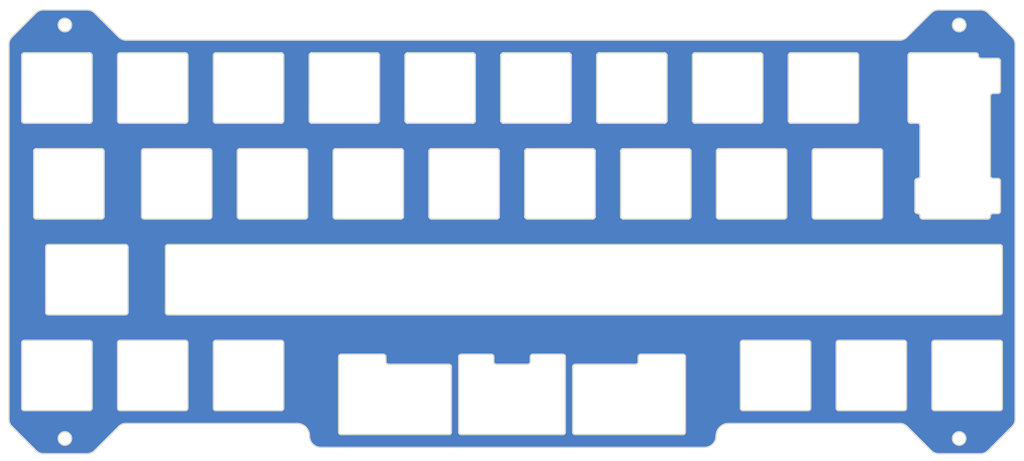
<source format=kicad_pcb>
(kicad_pcb (version 20221018) (generator pcbnew)
  (layers (0 "F.Cu" signal) (31 "B.Cu" signal) (34 "B.Paste" user) (35 "F.Paste" user) (36 "B.SilkS" user "B.Silkscreen") (37 "F.SilkS" user "F.Silkscreen") (38 "B.Mask" user) (39 "F.Mask" user) (44 "Edge.Cuts" user))
  (net 0 "")
  (gr_curve (pts (xy 129.231879 68.550644) (xy 128.955737 68.550644) (xy 128.731879 68.326787) (xy 128.731879 68.050644)) (stroke (width 0.25)) (layer "Edge.Cuts"))
  (gr_line (start 234.00629 111.700644) (end 247.00629 111.700644) (stroke (width 0.25)) (layer "Edge.Cuts"))
  (gr_curve (pts (xy 214.456683 112.200644) (xy 214.456683 111.924502) (xy 214.68054 111.700644) (xy 214.956683 111.700644)) (stroke (width 0.25)) (layer "Edge.Cuts"))
  (gr_line (start 244.617356 133.641661) (end 249.445866 128.813252) (stroke (width 0.25)) (layer "Edge.Cuts"))
  (gr_line (start 153.631183 115.968292) (end 153.631183 114.963292) (stroke (width 0.25)) (layer "Edge.Cuts"))
  (gr_curve (pts (xy 57.29479 93.150644) (xy 57.29479 92.874502) (xy 57.518648 92.650644) (xy 57.79479 92.650644)) (stroke (width 0.25)) (layer "Edge.Cuts"))
  (gr_curve (pts (xy 142.231879 54.550644) (xy 142.508022 54.550644) (xy 142.731879 54.774502) (xy 142.731879 55.050644)) (stroke (width 0.25)) (layer "Edge.Cuts"))
  (gr_curve (pts (xy 148.281487 68.550644) (xy 148.005344 68.550644) (xy 147.781487 68.326787) (xy 147.781487 68.050644)) (stroke (width 0.25)) (layer "Edge.Cuts"))
  (gr_curve (pts (xy 66.031879 111.700644) (xy 66.308022 111.700644) (xy 66.531879 111.924502) (xy 66.531879 112.200644)) (stroke (width 0.25)) (layer "Edge.Cuts"))
  (gr_line (start 199.381879 68.550644) (end 186.381879 68.550644) (stroke (width 0.25)) (layer "Edge.Cuts"))
  (gr_curve (pts (xy 147.781487 55.050644) (xy 147.781487 54.774502) (xy 148.005344 54.550644) (xy 148.281487 54.550644)) (stroke (width 0.25)) (layer "Edge.Cuts"))
  (gr_curve (pts (xy 242.744183 55.050792) (xy 242.744183 54.774649) (xy 242.520325 54.550792) (xy 242.244183 54.550792)) (stroke (width 0.25)) (layer "Edge.Cuts"))
  (gr_curve (pts (xy 153.631183 114.963292) (xy 153.631183 114.687149) (xy 153.85504 114.463292) (xy 154.131183 114.463292)) (stroke (width 0.25)) (layer "Edge.Cuts"))
  (gr_line (start 227.956683 125.700644) (end 214.956683 125.700644) (stroke (width 0.25)) (layer "Edge.Cuts"))
  (gr_curve (pts (xy 54.912818 74.100644) (xy 54.912818 73.824502) (xy 55.136676 73.600644) (xy 55.412818 73.600644)) (stroke (width 0.25)) (layer "Edge.Cuts"))
  (gr_line (start 250.031667 127.399044) (end 250.032066 52.854204) (stroke (width 0.25)) (layer "Edge.Cuts"))
  (gr_line (start 153.043987 73.600644) (end 166.043987 73.600644) (stroke (width 0.25)) (layer "Edge.Cuts"))
  (gr_curve (pts (xy 166.831879 55.050644) (xy 166.831879 54.774502) (xy 167.055737 54.550644) (xy 167.331879 54.550644)) (stroke (width 0.25)) (layer "Edge.Cuts"))
  (gr_line (start 71.820899 51.439958) (end 66.992472 46.611531) (stroke (width 0.25)) (layer "Edge.Cuts"))
  (gr_curve (pts (xy 230.625433 68.555792) (xy 230.901575 68.555792) (xy 231.125433 68.779649) (xy 231.125433 69.055792)) (stroke (width 0.25)) (layer "Edge.Cuts"))
  (gr_line (start 180.831879 55.050644) (end 180.831879 68.050644) (stroke (width 0.25)) (layer "Edge.Cuts"))
  (gr_curve (pts (xy 174.594183 116.463292) (xy 174.870325 116.463292) (xy 175.094183 116.239434) (xy 175.094183 115.963292)) (stroke (width 0.25)) (layer "Edge.Cuts"))
  (gr_curve (pts (xy 52.531879 112.200644) (xy 52.531879 111.924502) (xy 52.755737 111.700644) (xy 53.031879 111.700644)) (stroke (width 0.25)) (layer "Edge.Cuts"))
  (gr_curve (pts (xy 205.431487 68.550644) (xy 205.155344 68.550644) (xy 204.931487 68.326787) (xy 204.931487 68.050644)) (stroke (width 0.25)) (layer "Edge.Cuts"))
  (gr_curve (pts (xy 153.043987 87.600644) (xy 152.767844 87.600644) (xy 152.543987 87.376787) (xy 152.543987 87.100644)) (stroke (width 0.25)) (layer "Edge.Cuts"))
  (gr_line (start 147.781487 68.050644) (end 147.781487 55.050644) (stroke (width 0.25)) (layer "Edge.Cuts"))
  (gr_curve (pts (xy 209.693987 74.100644) (xy 209.693987 73.824502) (xy 209.917844 73.600644) (xy 210.193987 73.600644)) (stroke (width 0.25)) (layer "Edge.Cuts"))
  (gr_line (start 227.128255 52.025787) (end 73.235112 52.025745) (stroke (width 0.25)) (layer "Edge.Cuts"))
  (gr_curve (pts (xy 116.03129 130.463292) (xy 115.755148 130.463292) (xy 115.53129 130.239434) (xy 115.53129 129.963292)) (stroke (width 0.25)) (layer "Edge.Cuts"))
  (gr_line (start 190.644379 87.100644) (end 190.644379 74.100644) (stroke (width 0.25)) (layer "Edge.Cuts"))
  (gr_curve (pts (xy 172.094379 87.600644) (xy 171.818237 87.600644) (xy 171.594379 87.376787) (xy 171.594379 87.100644)) (stroke (width 0.25)) (layer "Edge.Cuts"))
  (gr_line (start 228.744183 55.050792) (end 228.744183 68.055792) (stroke (width 0.25)) (layer "Edge.Cuts"))
  (gr_line (start 137.96929 116.963292) (end 137.96929 129.963292) (stroke (width 0.25)) (layer "Edge.Cuts"))
  (gr_line (start 66.531879 112.200644) (end 66.531879 125.200644) (stroke (width 0.25)) (layer "Edge.Cuts"))
  (gr_line (start 247.125433 86.018792) (end 247.125433 80.018792) (stroke (width 0.25)) (layer "Edge.Cuts"))
  (gr_line (start 123.181879 68.550644) (end 110.181879 68.550644) (stroke (width 0.25)) (layer "Edge.Cuts"))
  (gr_line (start 104.131487 125.700644) (end 91.131487 125.700644) (stroke (width 0.25)) (layer "Edge.Cuts"))
  (gr_line (start 104.631487 112.200644) (end 104.631487 125.200644) (stroke (width 0.25)) (layer "Edge.Cuts"))
  (gr_line (start 89.844379 87.600644) (end 76.844379 87.600644) (stroke (width 0.25)) (layer "Edge.Cuts"))
  (gr_curve (pts (xy 89.844379 73.600644) (xy 90.120522 73.600644) (xy 90.344379 73.824502) (xy 90.344379 74.100644)) (stroke (width 0.25)) (layer "Edge.Cuts"))
  (gr_curve (pts (xy 68.912818 87.100644) (xy 68.912818 87.376786) (xy 68.68896 87.600644) (xy 68.412818 87.600644)) (stroke (width 0.25)) (layer "Edge.Cuts"))
  (gr_curve (pts (xy 199.381879 54.550644) (xy 199.658022 54.550644) (xy 199.881879 54.774502) (xy 199.881879 55.050644)) (stroke (width 0.25)) (layer "Edge.Cuts"))
  (gr_line (start 147.494379 74.100644) (end 147.494379 87.100644) (stroke (width 0.25)) (layer "Edge.Cuts"))
  (gr_curve (pts (xy 218.431487 54.550644) (xy 218.707629 54.550644) (xy 218.931487 54.774502) (xy 218.931487 55.050644)) (stroke (width 0.25)) (layer "Edge.Cuts"))
  (gr_curve (pts (xy 204.931487 55.050644) (xy 204.931487 54.774502) (xy 205.155344 54.550644) (xy 205.431487 54.550644)) (stroke (width 0.25)) (layer "Edge.Cuts"))
  (gr_line (start 76.344379 87.100644) (end 76.344379 74.100644) (stroke (width 0.25)) (layer "Edge.Cuts"))
  (gr_curve (pts (xy 114.444379 74.100644) (xy 114.444379 73.824502) (xy 114.668237 73.600644) (xy 114.944379 73.600644)) (stroke (width 0.25)) (layer "Edge.Cuts"))
  (gr_line (start 125.44429 116.463292) (end 137.46929 116.463292) (stroke (width 0.25)) (layer "Edge.Cuts"))
  (gr_line (start 180.331879 68.550644) (end 167.331879 68.550644) (stroke (width 0.25)) (layer "Edge.Cuts"))
  (gr_curve (pts (xy 71.820502 128.811416) (xy 72.189622 128.442303) (xy 72.688427 128.232135) (xy 73.210398 128.225792)) (stroke (width 0.25)) (layer "Edge.Cuts"))
  (gr_curve (pts (xy 107.259452 128.225792) (xy 108.640164 128.225792) (xy 109.759452 129.34508) (xy 109.759452 130.725792)) (stroke (width 0.25)) (layer "Edge.Cuts"))
  (gr_line (start 108.893987 87.600644) (end 95.893987 87.600644) (stroke (width 0.25)) (layer "Edge.Cuts"))
  (gr_curve (pts (xy 191.144379 87.600644) (xy 190.868237 87.600644) (xy 190.644379 87.376787) (xy 190.644379 87.100644)) (stroke (width 0.25)) (layer "Edge.Cuts"))
  (gr_curve (pts (xy 184.507183 129.963292) (xy 184.507183 130.239434) (xy 184.283325 130.463292) (xy 184.007183 130.463292)) (stroke (width 0.25)) (layer "Edge.Cuts"))
  (gr_line (start 160.631183 114.963292) (end 160.631183 129.963292) (stroke (width 0.25)) (layer "Edge.Cuts"))
  (gr_curve (pts (xy 109.393987 87.100644) (xy 109.393987 87.376786) (xy 109.170129 87.600644) (xy 108.893987 87.600644)) (stroke (width 0.25)) (layer "Edge.Cuts"))
  (gr_line (start 73.17579 106.650644) (end 57.79479 106.650644) (stroke (width 0.25)) (layer "Edge.Cuts"))
  (gr_curve (pts (xy 50.592469 51.439958) (xy 50.217396 51.815031) (xy 50.006682 52.323739) (xy 50.006682 52.854172)) (stroke (width 0.25)) (layer "Edge.Cuts"))
  (gr_curve (pts (xy 247.00629 92.650644) (xy 247.282433 92.650644) (xy 247.50629 92.874502) (xy 247.50629 93.150644)) (stroke (width 0.25)) (layer "Edge.Cuts"))
  (gr_line (start 214.456683 125.200644) (end 214.456683 112.200644) (stroke (width 0.25)) (layer "Edge.Cuts"))
  (gr_line (start 247.50629 93.150644) (end 247.50629 106.150644) (stroke (width 0.25)) (layer "Edge.Cuts"))
  (gr_line (start 223.193987 87.600644) (end 210.193987 87.600644) (stroke (width 0.25)) (layer "Edge.Cuts"))
  (gr_line (start 184.507183 114.963292) (end 184.507183 129.963292) (stroke (width 0.25)) (layer "Edge.Cuts"))
  (gr_curve (pts (xy 52.531879 55.050644) (xy 52.531879 54.774502) (xy 52.755737 54.550644) (xy 53.031879 54.550644)) (stroke (width 0.25)) (layer "Edge.Cuts"))
  (gr_curve (pts (xy 204.144379 73.600644) (xy 204.420522 73.600644) (xy 204.644379 73.824502) (xy 204.644379 74.100644)) (stroke (width 0.25)) (layer "Edge.Cuts"))
  (gr_curve (pts (xy 199.881879 68.050644) (xy 199.881879 68.326787) (xy 199.658022 68.550644) (xy 199.381879 68.550644)) (stroke (width 0.25)) (layer "Edge.Cuts"))
  (gr_circle (center 61.125223 49.025745) (end 62.475223 49.025745) (stroke (width 0.25)) (fill none) (layer "Edge.Cuts"))
  (gr_line (start 229.244183 68.555792) (end 230.625433 68.555792) (stroke (width 0.25)) (layer "Edge.Cuts"))
  (gr_line (start 162.069183 129.963292) (end 162.069183 116.963292) (stroke (width 0.25)) (layer "Edge.Cuts"))
  (gr_curve (pts (xy 68.412818 73.600644) (xy 68.68896 73.600644) (xy 68.912818 73.824502) (xy 68.912818 74.100644)) (stroke (width 0.25)) (layer "Edge.Cuts"))
  (gr_line (start 204.931487 68.050644) (end 204.931487 55.050644) (stroke (width 0.25)) (layer "Edge.Cuts"))
  (gr_curve (pts (xy 133.494379 74.100644) (xy 133.494379 73.824502) (xy 133.718237 73.600644) (xy 133.994379 73.600644)) (stroke (width 0.25)) (layer "Edge.Cuts"))
  (gr_curve (pts (xy 234.785152 46.025745) (xy 234.254719 46.025745) (xy 233.746011 46.236458) (xy 233.370939 46.611531)) (stroke (width 0.25)) (layer "Edge.Cuts"))
  (gr_curve (pts (xy 214.956683 125.700644) (xy 214.68054 125.700644) (xy 214.456683 125.476786) (xy 214.456683 125.200644)) (stroke (width 0.25)) (layer "Edge.Cuts"))
  (gr_curve (pts (xy 209.406683 125.200644) (xy 209.406683 125.476786) (xy 209.182825 125.700644) (xy 208.906683 125.700644)) (stroke (width 0.25)) (layer "Edge.Cuts"))
  (gr_curve (pts (xy 146.994379 73.600644) (xy 147.270522 73.600644) (xy 147.494379 73.824502) (xy 147.494379 74.100644)) (stroke (width 0.25)) (layer "Edge.Cuts"))
  (gr_curve (pts (xy 91.131487 125.700644) (xy 90.855344 125.700644) (xy 90.631487 125.476786) (xy 90.631487 125.200644)) (stroke (width 0.25)) (layer "Edge.Cuts"))
  (gr_line (start 234.78469 134.227344) (end 243.203136 134.227432) (stroke (width 0.25)) (layer "Edge.Cuts"))
  (gr_line (start 128.731879 68.050644) (end 128.731879 55.050644) (stroke (width 0.25)) (layer "Edge.Cuts"))
  (gr_line (start 81.10629 106.150644) (end 81.10629 93.150644) (stroke (width 0.25)) (layer "Edge.Cuts"))
  (gr_curve (pts (xy 73.235112 52.025745) (xy 72.704679 52.025745) (xy 72.195971 51.815031) (xy 71.820899 51.439958)) (stroke (width 0.25)) (layer "Edge.Cuts"))
  (gr_curve (pts (xy 227.956683 111.700644) (xy 228.232825 111.700644) (xy 228.456683 111.924502) (xy 228.456683 112.200644)) (stroke (width 0.25)) (layer "Edge.Cuts"))
  (gr_line (start 124.44429 114.463292) (end 124.44429 114.468292) (stroke (width 0.25)) (layer "Edge.Cuts"))
  (gr_curve (pts (xy 104.131487 111.700644) (xy 104.407629 111.700644) (xy 104.631487 111.924502) (xy 104.631487 112.200644)) (stroke (width 0.25)) (layer "Edge.Cuts"))
  (gr_line (start 55.420896 46.611531) (end 50.592469 51.439958) (stroke (width 0.25)) (layer "Edge.Cuts"))
  (gr_curve (pts (xy 218.931487 68.050644) (xy 218.931487 68.326787) (xy 218.707629 68.550644) (xy 218.431487 68.550644)) (stroke (width 0.25)) (layer "Edge.Cuts"))
  (gr_curve (pts (xy 90.631487 112.200644) (xy 90.631487 111.924502) (xy 90.855344 111.700644) (xy 91.131487 111.700644)) (stroke (width 0.25)) (layer "Edge.Cuts"))
  (gr_curve (pts (xy 171.594379 74.100644) (xy 171.594379 73.824502) (xy 171.818237 73.600644) (xy 172.094379 73.600644)) (stroke (width 0.25)) (layer "Edge.Cuts"))
  (gr_curve (pts (xy 195.406683 112.200644) (xy 195.406683 111.924502) (xy 195.63054 111.700644) (xy 195.906683 111.700644)) (stroke (width 0.25)) (layer "Edge.Cuts"))
  (gr_line (start 148.281487 54.550644) (end 161.281487 54.550644) (stroke (width 0.25)) (layer "Edge.Cuts"))
  (gr_curve (pts (xy 250.032066 52.854204) (xy 250.032063 52.32377) (xy 249.821347 51.815063) (xy 249.446271 51.439991)) (stroke (width 0.25)) (layer "Edge.Cuts"))
  (gr_curve (pts (xy 85.081879 111.700644) (xy 85.358022 111.700644) (xy 85.581879 111.924502) (xy 85.581879 112.200644)) (stroke (width 0.25)) (layer "Edge.Cuts"))
  (gr_curve (pts (xy 124.44429 114.468292) (xy 124.720433 114.468292) (xy 124.94429 114.692149) (xy 124.94429 114.968292)) (stroke (width 0.25)) (layer "Edge.Cuts"))
  (gr_curve (pts (xy 147.494379 87.100644) (xy 147.494379 87.376787) (xy 147.270522 87.600644) (xy 146.994379 87.600644)) (stroke (width 0.25)) (layer "Edge.Cuts"))
  (gr_line (start 73.67579 93.150644) (end 73.67579 106.150644) (stroke (width 0.25)) (layer "Edge.Cuts"))
  (gr_line (start 52.531879 125.200644) (end 52.531879 112.200644) (stroke (width 0.25)) (layer "Edge.Cuts"))
  (gr_curve (pts (xy 249.445866 128.813252) (xy 249.820943 128.438183) (xy 250.031662 127.929477) (xy 250.031667 127.399044)) (stroke (width 0.25)) (layer "Edge.Cuts"))
  (gr_curve (pts (xy 223.193987 73.600644) (xy 223.470129 73.600644) (xy 223.693987 73.824502) (xy 223.693987 74.100644)) (stroke (width 0.25)) (layer "Edge.Cuts"))
  (gr_circle (center 61.125223 131.227644) (end 62.475223 131.227644) (stroke (width 0.25)) (fill none) (layer "Edge.Cuts"))
  (gr_line (start 146.407183 114.963292) (end 146.407183 115.968292) (stroke (width 0.25)) (layer "Edge.Cuts"))
  (gr_curve (pts (xy 104.631487 125.200644) (xy 104.631487 125.476786) (xy 104.407629 125.700644) (xy 104.131487 125.700644)) (stroke (width 0.25)) (layer "Edge.Cuts"))
  (gr_curve (pts (xy 230.625433 79.518792) (xy 230.34929 79.518792) (xy 230.125433 79.742649) (xy 230.125433 80.018792)) (stroke (width 0.25)) (layer "Edge.Cuts"))
  (gr_line (start 90.631487 68.050644) (end 90.631487 55.050644) (stroke (width 0.25)) (layer "Edge.Cuts"))
  (gr_curve (pts (xy 85.581879 68.050644) (xy 85.581879 68.326787) (xy 85.358022 68.550644) (xy 85.081879 68.550644)) (stroke (width 0.25)) (layer "Edge.Cuts"))
  (gr_curve (pts (xy 190.577402 130.725788) (xy 190.577404 129.345076) (xy 191.696694 128.22579) (xy 193.077406 128.225792)) (stroke (width 0.25)) (layer "Edge.Cuts"))
  (gr_circle (center 238.912912 131.22737) (end 240.262912 131.22737) (stroke (width 0.25)) (fill none) (layer "Edge.Cuts"))
  (gr_curve (pts (xy 95.393987 74.100644) (xy 95.393987 73.824502) (xy 95.617844 73.600644) (xy 95.893987 73.600644)) (stroke (width 0.25)) (layer "Edge.Cuts"))
  (gr_line (start 50.592064 128.811202) (end 55.42044 133.63968) (stroke (width 0.25)) (layer "Edge.Cuts"))
  (gr_line (start 137.46929 130.463292) (end 116.03129 130.463292) (stroke (width 0.25)) (layer "Edge.Cuts"))
  (gr_line (start 139.907183 114.463292) (end 145.907183 114.463292) (stroke (width 0.25)) (layer "Edge.Cuts"))
  (gr_curve (pts (xy 190.644379 74.100644) (xy 190.644379 73.824502) (xy 190.868237 73.600644) (xy 191.144379 73.600644)) (stroke (width 0.25)) (layer "Edge.Cuts"))
  (gr_line (start 85.081879 125.700644) (end 72.081879 125.700644) (stroke (width 0.25)) (layer "Edge.Cuts"))
  (gr_line (start 95.893987 73.600644) (end 108.893987 73.600644) (stroke (width 0.25)) (layer "Edge.Cuts"))
  (gr_line (start 66.031879 125.700644) (end 53.031879 125.700644) (stroke (width 0.25)) (layer "Edge.Cuts"))
  (gr_curve (pts (xy 110.181879 68.550644) (xy 109.905737 68.550644) (xy 109.681879 68.326787) (xy 109.681879 68.050644)) (stroke (width 0.25)) (layer "Edge.Cuts"))
  (gr_curve (pts (xy 184.007183 114.463292) (xy 184.283325 114.463292) (xy 184.507183 114.687149) (xy 184.507183 114.963292)) (stroke (width 0.25)) (layer "Edge.Cuts"))
  (gr_line (start 112.021175 132.987515) (end 188.31568 132.987515) (stroke (width 0.25)) (layer "Edge.Cuts"))
  (gr_curve (pts (xy 223.693987 87.100644) (xy 223.693987 87.376787) (xy 223.470129 87.600644) (xy 223.193987 87.600644)) (stroke (width 0.25)) (layer "Edge.Cuts"))
  (gr_curve (pts (xy 128.444379 87.100644) (xy 128.444379 87.376787) (xy 128.220522 87.600644) (xy 127.944379 87.600644)) (stroke (width 0.25)) (layer "Edge.Cuts"))
  (gr_curve (pts (xy 247.50629 106.150644) (xy 247.50629 106.426787) (xy 247.282433 106.650644) (xy 247.00629 106.650644)) (stroke (width 0.25)) (layer "Edge.Cuts"))
  (gr_line (start 56.834648 134.225481) (end 65.577796 134.225573) (stroke (width 0.25)) (layer "Edge.Cuts"))
  (gr_circle (center 238.912912 49.025763) (end 240.262912 49.025763) (stroke (width 0.25)) (fill none) (layer "Edge.Cuts"))
  (gr_line (start 81.60629 92.650644) (end 247.00629 92.650644) (stroke (width 0.25)) (layer "Edge.Cuts"))
  (gr_curve (pts (xy 230.125433 86.018792) (xy 230.125433 86.294934) (xy 230.34929 86.518792) (xy 230.625433 86.518792)) (stroke (width 0.25)) (layer "Edge.Cuts"))
  (gr_curve (pts (xy 108.893987 73.600644) (xy 109.170129 73.600644) (xy 109.393987 73.824502) (xy 109.393987 74.100644)) (stroke (width 0.25)) (layer "Edge.Cuts"))
  (gr_line (start 142.731879 55.050644) (end 142.731879 68.050644) (stroke (width 0.25)) (layer "Edge.Cuts"))
  (gr_line (start 54.912818 87.100644) (end 54.912818 74.100644) (stroke (width 0.25)) (layer "Edge.Cuts"))
  (gr_curve (pts (xy 115.53129 114.963292) (xy 115.53129 114.687149) (xy 115.755148 114.463292) (xy 116.03129 114.463292)) (stroke (width 0.25)) (layer "Edge.Cuts"))
  (gr_curve (pts (xy 65.577796 134.225573) (xy 66.108229 134.225578) (xy 66.616939 134.01487) (xy 66.992016 133.639801)) (stroke (width 0.25)) (layer "Edge.Cuts"))
  (gr_line (start 160.131183 130.463292) (end 139.907183 130.463292) (stroke (width 0.25)) (layer "Edge.Cuts"))
  (gr_curve (pts (xy 233.50629 112.200644) (xy 233.50629 111.924502) (xy 233.730148 111.700644) (xy 234.00629 111.700644)) (stroke (width 0.25)) (layer "Edge.Cuts"))
  (gr_curve (pts (xy 128.731879 55.050644) (xy 128.731879 54.774502) (xy 128.955737 54.550644) (xy 129.231879 54.550644)) (stroke (width 0.25)) (layer "Edge.Cuts"))
  (gr_line (start 242.244183 54.550792) (end 229.244183 54.550792) (stroke (width 0.25)) (layer "Edge.Cuts"))
  (gr_curve (pts (xy 167.331879 68.550644) (xy 167.055737 68.550644) (xy 166.831879 68.326787) (xy 166.831879 68.050644)) (stroke (width 0.25)) (layer "Edge.Cuts"))
  (gr_curve (pts (xy 81.10629 93.150644) (xy 81.10629 92.874502) (xy 81.330148 92.650644) (xy 81.60629 92.650644)) (stroke (width 0.25)) (layer "Edge.Cuts"))
  (gr_line (start 191.144379 73.600644) (end 204.144379 73.600644) (stroke (width 0.25)) (layer "Edge.Cuts"))
  (gr_curve (pts (xy 123.181879 54.550644) (xy 123.458022 54.550644) (xy 123.681879 54.774502) (xy 123.681879 55.050644)) (stroke (width 0.25)) (layer "Edge.Cuts"))
  (gr_line (start 85.081879 68.550644) (end 72.081879 68.550644) (stroke (width 0.25)) (layer "Edge.Cuts"))
  (gr_line (start 247.50629 112.200644) (end 247.50629 125.200644) (stroke (width 0.25)) (layer "Edge.Cuts"))
  (gr_curve (pts (xy 160.631183 129.963292) (xy 160.631183 130.239434) (xy 160.407325 130.463292) (xy 160.131183 130.463292)) (stroke (width 0.25)) (layer "Edge.Cuts"))
  (gr_curve (pts (xy 210.193987 87.600644) (xy 209.917844 87.600644) (xy 209.693987 87.376787) (xy 209.693987 87.100644)) (stroke (width 0.25)) (layer "Edge.Cuts"))
  (gr_curve (pts (xy 162.069183 116.963292) (xy 162.069183 116.687149) (xy 162.29304 116.463292) (xy 162.569183 116.463292)) (stroke (width 0.25)) (layer "Edge.Cuts"))
  (gr_line (start 146.994379 87.600644) (end 133.994379 87.600644) (stroke (width 0.25)) (layer "Edge.Cuts"))
  (gr_curve (pts (xy 50.006292 127.396982) (xy 50.006287 127.927415) (xy 50.216995 128.436125) (xy 50.592064 128.811202)) (stroke (width 0.25)) (layer "Edge.Cuts"))
  (gr_line (start 57.29479 106.150644) (end 57.29479 93.150644) (stroke (width 0.25)) (layer "Edge.Cuts"))
  (gr_curve (pts (xy 114.944379 87.600644) (xy 114.668237 87.600644) (xy 114.444379 87.376787) (xy 114.444379 87.100644)) (stroke (width 0.25)) (layer "Edge.Cuts"))
  (gr_curve (pts (xy 234.00629 125.700644) (xy 233.730148 125.700644) (xy 233.50629 125.476787) (xy 233.50629 125.200644)) (stroke (width 0.25)) (layer "Edge.Cuts"))
  (gr_line (start 231.125433 87.018792) (end 231.125433 87.105792) (stroke (width 0.25)) (layer "Edge.Cuts"))
  (gr_curve (pts (xy 180.831879 68.050644) (xy 180.831879 68.326787) (xy 180.608022 68.550644) (xy 180.331879 68.550644)) (stroke (width 0.25)) (layer "Edge.Cuts"))
  (gr_line (start 104.131487 68.550644) (end 91.131487 68.550644) (stroke (width 0.25)) (layer "Edge.Cuts"))
  (gr_curve (pts (xy 246.625433 86.518792) (xy 246.901575 86.518792) (xy 247.125433 86.294934) (xy 247.125433 86.018792)) (stroke (width 0.25)) (layer "Edge.Cuts"))
  (gr_line (start 66.531879 55.050644) (end 66.531879 68.050644) (stroke (width 0.25)) (layer "Edge.Cuts"))
  (gr_curve (pts (xy 104.631487 68.050644) (xy 104.631487 68.326787) (xy 104.407629 68.550644) (xy 104.131487 68.550644)) (stroke (width 0.25)) (layer "Edge.Cuts"))
  (gr_line (start 185.881879 68.050644) (end 185.881879 55.050644) (stroke (width 0.25)) (layer "Edge.Cuts"))
  (gr_line (start 245.125433 79.018792) (end 245.125433 63.142792) (stroke (width 0.25)) (layer "Edge.Cuts"))
  (gr_curve (pts (xy 246.625433 62.642792) (xy 246.901575 62.642792) (xy 247.125433 62.418934) (xy 247.125433 62.142792)) (stroke (width 0.25)) (layer "Edge.Cuts"))
  (gr_curve (pts (xy 124.94429 115.963292) (xy 124.94429 116.239434) (xy 125.168148 116.463292) (xy 125.44429 116.463292)) (stroke (width 0.25)) (layer "Edge.Cuts"))
  (gr_line (start 246.625433 79.518792) (end 245.625433 79.518792) (stroke (width 0.25)) (layer "Edge.Cuts"))
  (gr_line (start 116.03129 114.463292) (end 124.44429 114.463292) (stroke (width 0.25)) (layer "Edge.Cuts"))
  (gr_line (start 175.594183 114.468292) (end 184.007183 114.468292) (stroke (width 0.25)) (layer "Edge.Cuts"))
  (gr_curve (pts (xy 73.17579 92.650644) (xy 73.451933 92.650644) (xy 73.67579 92.874502) (xy 73.67579 93.150644)) (stroke (width 0.25)) (layer "Edge.Cuts"))
  (gr_line (start 210.193987 73.600644) (end 223.193987 73.600644) (stroke (width 0.25)) (layer "Edge.Cuts"))
  (gr_line (start 127.944379 87.600644) (end 114.944379 87.600644) (stroke (width 0.25)) (layer "Edge.Cuts"))
  (gr_line (start 142.231879 68.550644) (end 129.231879 68.550644) (stroke (width 0.25)) (layer "Edge.Cuts"))
  (gr_line (start 66.992016 133.639801) (end 71.820502 128.811416) (stroke (width 0.25)) (layer "Edge.Cuts"))
  (gr_curve (pts (xy 231.125433 79.018792) (xy 231.125433 79.294934) (xy 230.901575 79.518792) (xy 230.625433 79.518792)) (stroke (width 0.25)) (layer "Edge.Cuts"))
  (gr_curve (pts (xy 71.581879 55.050644) (xy 71.581879 54.774502) (xy 71.805737 54.550644) (xy 72.081879 54.550644)) (stroke (width 0.25)) (layer "Edge.Cuts"))
  (gr_line (start 71.581879 68.050644) (end 71.581879 55.050644) (stroke (width 0.25)) (layer "Edge.Cuts"))
  (gr_curve (pts (xy 66.992472 46.611531) (xy 66.617399 46.236458) (xy 66.108691 46.025745) (xy 65.578258 46.025745)) (stroke (width 0.25)) (layer "Edge.Cuts"))
  (gr_line (start 245.625433 86.518792) (end 246.625433 86.518792) (stroke (width 0.25)) (layer "Edge.Cuts"))
  (gr_line (start 114.444379 87.100644) (end 114.444379 74.100644) (stroke (width 0.25)) (layer "Edge.Cuts"))
  (gr_curve (pts (xy 161.281487 54.550644) (xy 161.557629 54.550644) (xy 161.781487 54.774502) (xy 161.781487 55.050644)) (stroke (width 0.25)) (layer "Edge.Cuts"))
  (gr_curve (pts (xy 56.83511 46.025745) (xy 56.304677 46.025745) (xy 55.795969 46.236458) (xy 55.420896 46.611531)) (stroke (width 0.25)) (layer "Edge.Cuts"))
  (gr_curve (pts (xy 188.31568 132.987515) (xy 189.564783 132.987515) (xy 190.577386 131.974925) (xy 190.577402 130.725821)) (stroke (width 0.25)) (layer "Edge.Cuts"))
  (gr_curve (pts (xy 109.759452 130.725792) (xy 109.759452 131.974907) (xy 110.77206 132.987515) (xy 112.021175 132.987515)) (stroke (width 0.25)) (layer "Edge.Cuts"))
  (gr_line (start 73.210398 128.225792) (end 107.259452 128.225792) (stroke (width 0.25)) (layer "Edge.Cuts"))
  (gr_curve (pts (xy 245.125433 87.018792) (xy 245.125433 86.742649) (xy 245.34929 86.518792) (xy 245.625433 86.518792)) (stroke (width 0.25)) (layer "Edge.Cuts"))
  (gr_curve (pts (xy 233.370483 133.641543) (xy 233.745552 134.01662) (xy 234.254257 134.227339) (xy 234.78469 134.227344)) (stroke (width 0.25)) (layer "Edge.Cuts"))
  (gr_line (start 91.131487 111.700644) (end 104.131487 111.700644) (stroke (width 0.25)) (layer "Edge.Cuts"))
  (gr_line (start 146.907183 116.468292) (end 153.131183 116.468292) (stroke (width 0.25)) (layer "Edge.Cuts"))
  (gr_line (start 57.79479 92.650644) (end 73.17579 92.650644) (stroke (width 0.25)) (layer "Edge.Cuts"))
  (gr_line (start 249.446271 51.439991) (end 244.617812 46.611531) (stroke (width 0.25)) (layer "Edge.Cuts"))
  (gr_line (start 128.444379 74.100644) (end 128.444379 87.100644) (stroke (width 0.25)) (layer "Edge.Cuts"))
  (gr_curve (pts (xy 204.644379 87.100644) (xy 204.644379 87.376787) (xy 204.420522 87.600644) (xy 204.144379 87.600644)) (stroke (width 0.25)) (layer "Edge.Cuts"))
  (gr_line (start 166.831879 68.050644) (end 166.831879 55.050644) (stroke (width 0.25)) (layer "Edge.Cuts"))
  (gr_curve (pts (xy 161.781487 68.050644) (xy 161.781487 68.326787) (xy 161.557629 68.550644) (xy 161.281487 68.550644)) (stroke (width 0.25)) (layer "Edge.Cuts"))
  (gr_line (start 133.994379 73.600644) (end 146.994379 73.600644) (stroke (width 0.25)) (layer "Edge.Cuts"))
  (gr_line (start 123.681879 55.050644) (end 123.681879 68.050644) (stroke (width 0.25)) (layer "Edge.Cuts"))
  (gr_line (start 133.494379 87.100644) (end 133.494379 74.100644) (stroke (width 0.25)) (layer "Edge.Cuts"))
  (gr_line (start 247.125433 62.142792) (end 247.125433 56.142792) (stroke (width 0.25)) (layer "Edge.Cuts"))
  (gr_curve (pts (xy 244.625433 87.605792) (xy 244.901575 87.605792) (xy 245.125433 87.381934) (xy 245.125433 87.105792)) (stroke (width 0.25)) (layer "Edge.Cuts"))
  (gr_curve (pts (xy 227.12646 128.225843) (xy 227.656899 128.225844) (xy 228.165612 128.436563) (xy 228.540686 128.811644)) (stroke (width 0.25)) (layer "Edge.Cuts"))
  (gr_line (start 161.281487 68.550644) (end 148.281487 68.550644) (stroke (width 0.25)) (layer "Edge.Cuts"))
  (gr_line (start 175.094183 115.963292) (end 175.094183 114.968292) (stroke (width 0.25)) (layer "Edge.Cuts"))
  (gr_line (start 242.744183 55.142792) (end 242.744183 55.050792) (stroke (width 0.25)) (layer "Edge.Cuts"))
  (gr_line (start 185.094379 87.600644) (end 172.094379 87.600644) (stroke (width 0.25)) (layer "Edge.Cuts"))
  (gr_line (start 193.077406 128.225792) (end 227.12646 128.225843) (stroke (width 0.25)) (layer "Edge.Cuts"))
  (gr_curve (pts (xy 55.42044 133.63968) (xy 55.795509 134.014756) (xy 56.304215 134.225475) (xy 56.834648 134.225481)) (stroke (width 0.25)) (layer "Edge.Cuts"))
  (gr_curve (pts (xy 91.131487 68.550644) (xy 90.855344 68.550644) (xy 90.631487 68.326787) (xy 90.631487 68.050644)) (stroke (width 0.25)) (layer "Edge.Cuts"))
  (gr_curve (pts (xy 245.625433 79.518792) (xy 245.34929 79.518792) (xy 245.125433 79.294934) (xy 245.125433 79.018792)) (stroke (width 0.25)) (layer "Edge.Cuts"))
  (gr_curve (pts (xy 247.125433 56.142792) (xy 247.125433 55.866649) (xy 246.901575 55.642792) (xy 246.625433 55.642792)) (stroke (width 0.25)) (layer "Edge.Cuts"))
  (gr_line (start 185.594379 74.100644) (end 185.594379 87.100644) (stroke (width 0.25)) (layer "Edge.Cuts"))
  (gr_curve (pts (xy 243.203136 134.227432) (xy 243.733569 134.227438) (xy 244.242279 134.01673) (xy 244.617356 133.641661)) (stroke (width 0.25)) (layer "Edge.Cuts"))
  (gr_curve (pts (xy 76.844379 87.600644) (xy 76.568237 87.600644) (xy 76.344379 87.376786) (xy 76.344379 87.100644)) (stroke (width 0.25)) (layer "Edge.Cuts"))
  (gr_curve (pts (xy 72.081879 125.700644) (xy 71.805737 125.700644) (xy 71.581879 125.476786) (xy 71.581879 125.200644)) (stroke (width 0.25)) (layer "Edge.Cuts"))
  (gr_curve (pts (xy 190.577402 130.725821) (xy 190.577402 130.72581) (xy 190.577402 130.725799) (xy 190.577402 130.725788)) (stroke (width 0.25)) (layer "Edge.Cuts"))
  (gr_line (start 166.543987 74.100644) (end 166.543987 87.100644) (stroke (width 0.25)) (layer "Edge.Cuts"))
  (gr_curve (pts (xy 55.412818 87.600644) (xy 55.136676 87.600644) (xy 54.912818 87.376786) (xy 54.912818 87.100644)) (stroke (width 0.25)) (layer "Edge.Cuts"))
  (gr_line (start 171.594379 87.100644) (end 171.594379 74.100644) (stroke (width 0.25)) (layer "Edge.Cuts"))
  (gr_curve (pts (xy 137.96929 129.963292) (xy 137.96929 130.239434) (xy 137.745433 130.463292) (xy 137.46929 130.463292)) (stroke (width 0.25)) (layer "Edge.Cuts"))
  (gr_line (start 154.131183 114.463292) (end 160.131183 114.463292) (stroke (width 0.25)) (layer "Edge.Cuts"))
  (gr_curve (pts (xy 247.125433 80.018792) (xy 247.125433 79.742649) (xy 246.901575 79.518792) (xy 246.625433 79.518792)) (stroke (width 0.25)) (layer "Edge.Cuts"))
  (gr_curve (pts (xy 73.67579 106.150644) (xy 73.67579 106.426786) (xy 73.451933 106.650644) (xy 73.17579 106.650644)) (stroke (width 0.25)) (layer "Edge.Cuts"))
  (gr_line (start 68.412818 87.600644) (end 55.412818 87.600644) (stroke (width 0.25)) (layer "Edge.Cuts"))
  (gr_line (start 231.125433 69.055792) (end 231.125433 79.018792) (stroke (width 0.25)) (layer "Edge.Cuts"))
  (gr_curve (pts (xy 245.125433 63.142792) (xy 245.125433 62.866649) (xy 245.349291 62.642792) (xy 245.625433 62.642792)) (stroke (width 0.25)) (layer "Edge.Cuts"))
  (gr_line (start 50.006682 52.854172) (end 50.006683 90.004519) (stroke (width 0.25)) (layer "Edge.Cuts"))
  (gr_curve (pts (xy 185.881879 55.050644) (xy 185.881879 54.774502) (xy 186.105737 54.550644) (xy 186.381879 54.550644)) (stroke (width 0.25)) (layer "Edge.Cuts"))
  (gr_curve (pts (xy 145.907183 114.463292) (xy 146.183325 114.463292) (xy 146.407183 114.687149) (xy 146.407183 114.963292)) (stroke (width 0.25)) (layer "Edge.Cuts"))
  (gr_line (start 55.412818 73.600644) (end 68.412818 73.600644) (stroke (width 0.25)) (layer "Edge.Cuts"))
  (gr_curve (pts (xy 81.60629 106.650644) (xy 81.330148 106.650644) (xy 81.10629 106.426786) (xy 81.10629 106.150644)) (stroke (width 0.25)) (layer "Edge.Cuts"))
  (gr_curve (pts (xy 71.581879 112.200644) (xy 71.581879 111.924502) (xy 71.805737 111.700644) (xy 72.081879 111.700644)) (stroke (width 0.25)) (layer "Edge.Cuts"))
  (gr_line (start 50.006683 90.004519) (end 50.006292 127.396982) (stroke (width 0.25)) (layer "Edge.Cuts"))
  (gr_curve (pts (xy 152.543987 74.100644) (xy 152.543987 73.824502) (xy 152.767844 73.600644) (xy 153.043987 73.600644)) (stroke (width 0.25)) (layer "Edge.Cuts"))
  (gr_line (start 162.569183 116.463292) (end 174.594183 116.463292) (stroke (width 0.25)) (layer "Edge.Cuts"))
  (gr_curve (pts (xy 127.944379 73.600644) (xy 128.220522 73.600644) (xy 128.444379 73.824502) (xy 128.444379 74.100644)) (stroke (width 0.25)) (layer "Edge.Cuts"))
  (gr_line (start 72.081879 111.700644) (end 85.081879 111.700644) (stroke (width 0.25)) (layer "Edge.Cuts"))
  (gr_line (start 223.693987 74.100644) (end 223.693987 87.100644) (stroke (width 0.25)) (layer "Edge.Cuts"))
  (gr_line (start 218.931487 55.050644) (end 218.931487 68.050644) (stroke (width 0.25)) (layer "Edge.Cuts"))
  (gr_curve (pts (xy 72.081879 68.550644) (xy 71.805737 68.550644) (xy 71.581879 68.326787) (xy 71.581879 68.050644)) (stroke (width 0.25)) (layer "Edge.Cuts"))
  (gr_line (start 152.543987 87.100644) (end 152.543987 74.100644) (stroke (width 0.25)) (layer "Edge.Cuts"))
  (gr_line (start 90.631487 125.200644) (end 90.631487 112.200644) (stroke (width 0.25)) (layer "Edge.Cuts"))
  (gr_line (start 209.693987 87.100644) (end 209.693987 74.100644) (stroke (width 0.25)) (layer "Edge.Cuts"))
  (gr_curve (pts (xy 153.131183 116.468292) (xy 153.407325 116.468292) (xy 153.631183 116.244434) (xy 153.631183 115.968292)) (stroke (width 0.25)) (layer "Edge.Cuts"))
  (gr_line (start 245.625433 62.642792) (end 246.625433 62.642792) (stroke (width 0.25)) (layer "Edge.Cuts"))
  (gr_curve (pts (xy 53.031879 68.550644) (xy 52.755737 68.550644) (xy 52.531879 68.326786) (xy 52.531879 68.050644)) (stroke (width 0.25)) (layer "Edge.Cuts"))
  (gr_curve (pts (xy 195.906683 125.700644) (xy 195.63054 125.700644) (xy 195.406683 125.476786) (xy 195.406683 125.200644)) (stroke (width 0.25)) (layer "Edge.Cuts"))
  (gr_line (start 209.406683 112.200644) (end 209.406683 125.200644) (stroke (width 0.25)) (layer "Edge.Cuts"))
  (gr_line (start 76.844379 73.600644) (end 89.844379 73.600644) (stroke (width 0.25)) (layer "Edge.Cuts"))
  (gr_line (start 95.393987 87.100644) (end 95.393987 74.100644) (stroke (width 0.25)) (layer "Edge.Cuts"))
  (gr_line (start 66.031879 68.550644) (end 53.031879 68.550644) (stroke (width 0.25)) (layer "Edge.Cuts"))
  (gr_curve (pts (xy 109.681879 55.050644) (xy 109.681879 54.774502) (xy 109.905737 54.550644) (xy 110.181879 54.550644)) (stroke (width 0.25)) (layer "Edge.Cuts"))
  (gr_curve (pts (xy 231.125433 87.105792) (xy 231.125433 87.381934) (xy 231.34929 87.605792) (xy 231.625433 87.605792)) (stroke (width 0.25)) (layer "Edge.Cuts"))
  (gr_line (start 110.181879 54.550644) (end 123.181879 54.550644) (stroke (width 0.25)) (layer "Edge.Cuts"))
  (gr_line (start 247.00629 125.700644) (end 234.00629 125.700644) (stroke (width 0.25)) (layer "Edge.Cuts"))
  (gr_line (start 161.781487 55.050644) (end 161.781487 68.050644) (stroke (width 0.25)) (layer "Edge.Cuts"))
  (gr_curve (pts (xy 208.906683 111.700644) (xy 209.182825 111.700644) (xy 209.406683 111.924502) (xy 209.406683 112.200644)) (stroke (width 0.25)) (layer "Edge.Cuts"))
  (gr_curve (pts (xy 243.244183 55.642792) (xy 242.968041 55.642792) (xy 242.744183 55.418934) (xy 242.744183 55.142792)) (stroke (width 0.25)) (layer "Edge.Cuts"))
  (gr_line (start 53.031879 111.700644) (end 66.031879 111.700644) (stroke (width 0.25)) (layer "Edge.Cuts"))
  (gr_curve (pts (xy 180.331879 54.550644) (xy 180.608022 54.550644) (xy 180.831879 54.774502) (xy 180.831879 55.050644)) (stroke (width 0.25)) (layer "Edge.Cuts"))
  (gr_line (start 129.231879 54.550644) (end 142.231879 54.550644) (stroke (width 0.25)) (layer "Edge.Cuts"))
  (gr_line (start 231.625433 87.605792) (end 244.625433 87.605792) (stroke (width 0.25)) (layer "Edge.Cuts"))
  (gr_line (start 172.094379 73.600644) (end 185.094379 73.600644) (stroke (width 0.25)) (layer "Edge.Cuts"))
  (gr_curve (pts (xy 95.893987 87.600644) (xy 95.617844 87.600644) (xy 95.393987 87.376786) (xy 95.393987 87.100644)) (stroke (width 0.25)) (layer "Edge.Cuts"))
  (gr_line (start 85.581879 112.200644) (end 85.581879 125.200644) (stroke (width 0.25)) (layer "Edge.Cuts"))
  (gr_line (start 109.393987 74.100644) (end 109.393987 87.100644) (stroke (width 0.25)) (layer "Edge.Cuts"))
  (gr_curve (pts (xy 166.543987 87.100644) (xy 166.543987 87.376787) (xy 166.320129 87.600644) (xy 166.043987 87.600644)) (stroke (width 0.25)) (layer "Edge.Cuts"))
  (gr_curve (pts (xy 162.569183 130.463292) (xy 162.29304 130.463292) (xy 162.069183 130.239434) (xy 162.069183 129.963292)) (stroke (width 0.25)) (layer "Edge.Cuts"))
  (gr_line (start 233.50629 125.200644) (end 233.50629 112.200644) (stroke (width 0.25)) (layer "Edge.Cuts"))
  (gr_curve (pts (xy 186.381879 68.550644) (xy 186.105737 68.550644) (xy 185.881879 68.326787) (xy 185.881879 68.050644)) (stroke (width 0.25)) (layer "Edge.Cuts"))
  (gr_curve (pts (xy 228.456683 125.200644) (xy 228.456683 125.476787) (xy 228.232825 125.700644) (xy 227.956683 125.700644)) (stroke (width 0.25)) (layer "Edge.Cuts"))
  (gr_curve (pts (xy 139.407183 114.963292) (xy 139.407183 114.687149) (xy 139.63104 114.463292) (xy 139.907183 114.463292)) (stroke (width 0.25)) (layer "Edge.Cuts"))
  (gr_curve (pts (xy 123.681879 68.050644) (xy 123.681879 68.326787) (xy 123.458022 68.550644) (xy 123.181879 68.550644)) (stroke (width 0.25)) (layer "Edge.Cuts"))
  (gr_line (start 195.906683 111.700644) (end 208.906683 111.700644) (stroke (width 0.25)) (layer "Edge.Cuts"))
  (gr_line (start 104.631487 55.050644) (end 104.631487 68.050644) (stroke (width 0.25)) (layer "Edge.Cuts"))
  (gr_line (start 124.94429 114.968292) (end 124.94429 115.963292) (stroke (width 0.25)) (layer "Edge.Cuts"))
  (gr_line (start 230.125433 80.018792) (end 230.125433 86.018792) (stroke (width 0.25)) (layer "Edge.Cuts"))
  (gr_line (start 91.131487 54.550644) (end 104.131487 54.550644) (stroke (width 0.25)) (layer "Edge.Cuts"))
  (gr_line (start 114.944379 73.600644) (end 127.944379 73.600644) (stroke (width 0.25)) (layer "Edge.Cuts"))
  (gr_line (start 214.956683 111.700644) (end 227.956683 111.700644) (stroke (width 0.25)) (layer "Edge.Cuts"))
  (gr_line (start 65.578258 46.025745) (end 56.83511 46.025745) (stroke (width 0.25)) (layer "Edge.Cuts"))
  (gr_line (start 68.912818 74.100644) (end 68.912818 87.100644) (stroke (width 0.25)) (layer "Edge.Cuts"))
  (gr_curve (pts (xy 57.79479 106.650644) (xy 57.518648 106.650644) (xy 57.29479 106.426786) (xy 57.29479 106.150644)) (stroke (width 0.25)) (layer "Edge.Cuts"))
  (gr_line (start 247.00629 106.650644) (end 81.60629 106.650644) (stroke (width 0.25)) (layer "Edge.Cuts"))
  (gr_line (start 228.540686 128.811644) (end 233.370483 133.641543) (stroke (width 0.25)) (layer "Edge.Cuts"))
  (gr_curve (pts (xy 133.994379 87.600644) (xy 133.718237 87.600644) (xy 133.494379 87.376787) (xy 133.494379 87.100644)) (stroke (width 0.25)) (layer "Edge.Cuts"))
  (gr_curve (pts (xy 175.094183 114.968292) (xy 175.094183 114.692149) (xy 175.31804 114.468292) (xy 175.594183 114.468292)) (stroke (width 0.25)) (layer "Edge.Cuts"))
  (gr_curve (pts (xy 66.531879 68.050644) (xy 66.531879 68.326787) (xy 66.308022 68.550644) (xy 66.031879 68.550644)) (stroke (width 0.25)) (layer "Edge.Cuts"))
  (gr_curve (pts (xy 244.617812 46.611531) (xy 244.242739 46.236458) (xy 243.734031 46.025745) (xy 243.203598 46.025745)) (stroke (width 0.25)) (layer "Edge.Cuts"))
  (gr_curve (pts (xy 166.043987 73.600644) (xy 166.320129 73.600644) (xy 166.543987 73.824502) (xy 166.543987 74.100644)) (stroke (width 0.25)) (layer "Edge.Cuts"))
  (gr_line (start 228.456683 112.200644) (end 228.456683 125.200644) (stroke (width 0.25)) (layer "Edge.Cuts"))
  (gr_line (start 109.681879 68.050644) (end 109.681879 55.050644) (stroke (width 0.25)) (layer "Edge.Cuts"))
  (gr_line (start 243.203598 46.025745) (end 234.785152 46.025745) (stroke (width 0.25)) (layer "Edge.Cuts"))
  (gr_curve (pts (xy 142.731879 68.050644) (xy 142.731879 68.326787) (xy 142.508022 68.550644) (xy 142.231879 68.550644)) (stroke (width 0.25)) (layer "Edge.Cuts"))
  (gr_line (start 186.381879 54.550644) (end 199.381879 54.550644) (stroke (width 0.25)) (layer "Edge.Cuts"))
  (gr_line (start 53.031879 54.550644) (end 66.031879 54.550644) (stroke (width 0.25)) (layer "Edge.Cuts"))
  (gr_line (start 246.625433 55.642792) (end 243.244183 55.642792) (stroke (width 0.25)) (layer "Edge.Cuts"))
  (gr_line (start 166.043987 87.600644) (end 153.043987 87.600644) (stroke (width 0.25)) (layer "Edge.Cuts"))
  (gr_line (start 195.406683 125.200644) (end 195.406683 112.200644) (stroke (width 0.25)) (layer "Edge.Cuts"))
  (gr_line (start 204.644379 74.100644) (end 204.644379 87.100644) (stroke (width 0.25)) (layer "Edge.Cuts"))
  (gr_curve (pts (xy 228.54247 51.44) (xy 228.167397 51.815073) (xy 227.658689 52.025787) (xy 227.128255 52.025787)) (stroke (width 0.25)) (layer "Edge.Cuts"))
  (gr_curve (pts (xy 230.625433 86.518792) (xy 230.901575 86.518792) (xy 231.125433 86.742649) (xy 231.125433 87.018792)) (stroke (width 0.25)) (layer "Edge.Cuts"))
  (gr_curve (pts (xy 139.907183 130.463292) (xy 139.63104 130.463292) (xy 139.407183 130.239434) (xy 139.407183 129.963292)) (stroke (width 0.25)) (layer "Edge.Cuts"))
  (gr_curve (pts (xy 137.46929 116.463292) (xy 137.745433 116.463292) (xy 137.96929 116.687149) (xy 137.96929 116.963292)) (stroke (width 0.25)) (layer "Edge.Cuts"))
  (gr_curve (pts (xy 66.531879 125.200644) (xy 66.531879 125.476786) (xy 66.308022 125.700644) (xy 66.031879 125.700644)) (stroke (width 0.25)) (layer "Edge.Cuts"))
  (gr_curve (pts (xy 90.344379 87.100644) (xy 90.344379 87.376786) (xy 90.120522 87.600644) (xy 89.844379 87.600644)) (stroke (width 0.25)) (layer "Edge.Cuts"))
  (gr_line (start 204.144379 87.600644) (end 191.144379 87.600644) (stroke (width 0.25)) (layer "Edge.Cuts"))
  (gr_line (start 167.331879 54.550644) (end 180.331879 54.550644) (stroke (width 0.25)) (layer "Edge.Cuts"))
  (gr_curve (pts (xy 185.594379 87.100644) (xy 185.594379 87.376787) (xy 185.370522 87.600644) (xy 185.094379 87.600644)) (stroke (width 0.25)) (layer "Edge.Cuts"))
  (gr_line (start 218.431487 68.550644) (end 205.431487 68.550644) (stroke (width 0.25)) (layer "Edge.Cuts"))
  (gr_line (start 90.344379 74.100644) (end 90.344379 87.100644) (stroke (width 0.25)) (layer "Edge.Cuts"))
  (gr_curve (pts (xy 229.244183 54.550792) (xy 228.968041 54.550792) (xy 228.744183 54.774649) (xy 228.744183 55.050792)) (stroke (width 0.25)) (layer "Edge.Cuts"))
  (gr_line (start 85.581879 55.050644) (end 85.581879 68.050644) (stroke (width 0.25)) (layer "Edge.Cuts"))
  (gr_line (start 139.407183 129.963292) (end 139.407183 114.963292) (stroke (width 0.25)) (layer "Edge.Cuts"))
  (gr_line (start 71.581879 125.200644) (end 71.581879 112.200644) (stroke (width 0.25)) (layer "Edge.Cuts"))
  (gr_curve (pts (xy 160.131183 114.463292) (xy 160.407325 114.463292) (xy 160.631183 114.687149) (xy 160.631183 114.963292)) (stroke (width 0.25)) (layer "Edge.Cuts"))
  (gr_curve (pts (xy 247.50629 125.200644) (xy 247.50629 125.476787) (xy 247.282433 125.700644) (xy 247.00629 125.700644)) (stroke (width 0.25)) (layer "Edge.Cuts"))
  (gr_curve (pts (xy 185.094379 73.600644) (xy 185.370522 73.600644) (xy 185.594379 73.824502) (xy 185.594379 74.100644)) (stroke (width 0.25)) (layer "Edge.Cuts"))
  (gr_curve (pts (xy 104.131487 54.550644) (xy 104.407629 54.550644) (xy 104.631487 54.774502) (xy 104.631487 55.050644)) (stroke (width 0.25)) (layer "Edge.Cuts"))
  (gr_line (start 208.906683 125.700644) (end 195.906683 125.700644) (stroke (width 0.25)) (layer "Edge.Cuts"))
  (gr_line (start 52.531879 68.050644) (end 52.531879 55.050644) (stroke (width 0.25)) (layer "Edge.Cuts"))
  (gr_line (start 72.081879 54.550644) (end 85.081879 54.550644) (stroke (width 0.25)) (layer "Edge.Cuts"))
  (gr_curve (pts (xy 66.031879 54.550644) (xy 66.308022 54.550644) (xy 66.531879 54.774502) (xy 66.531879 55.050644)) (stroke (width 0.25)) (layer "Edge.Cuts"))
  (gr_curve (pts (xy 85.081879 54.550644) (xy 85.358022 54.550644) (xy 85.581879 54.774502) (xy 85.581879 55.050644)) (stroke (width 0.25)) (layer "Edge.Cuts"))
  (gr_curve (pts (xy 85.581879 125.200644) (xy 85.581879 125.476786) (xy 85.358022 125.700644) (xy 85.081879 125.700644)) (stroke (width 0.25)) (layer "Edge.Cuts"))
  (gr_curve (pts (xy 53.031879 125.700644) (xy 52.755737 125.700644) (xy 52.531879 125.476786) (xy 52.531879 125.200644)) (stroke (width 0.25)) (layer "Edge.Cuts"))
  (gr_curve (pts (xy 228.744183 68.055792) (xy 228.744183 68.331934) (xy 228.968041 68.555792) (xy 229.244183 68.555792)) (stroke (width 0.25)) (layer "Edge.Cuts"))
  (gr_line (start 184.007183 114.468292) (end 184.007183 114.463292) (stroke (width 0.25)) (layer "Edge.Cuts"))
  (gr_line (start 205.431487 54.550644) (end 218.431487 54.550644) (stroke (width 0.25)) (layer "Edge.Cuts"))
  (gr_curve (pts (xy 146.407183 115.968292) (xy 146.407183 116.244434) (xy 146.63104 116.468292) (xy 146.907183 116.468292)) (stroke (width 0.25)) (layer "Edge.Cuts"))
  (gr_line (start 115.53129 129.963292) (end 115.53129 114.963292) (stroke (width 0.25)) (layer "Edge.Cuts"))
  (gr_curve (pts (xy 76.344379 74.100644) (xy 76.344379 73.824502) (xy 76.568237 73.600644) (xy 76.844379 73.600644)) (stroke (width 0.25)) (layer "Edge.Cuts"))
  (gr_line (start 245.125433 87.105792) (end 245.125433 87.018792) (stroke (width 0.25)) (layer "Edge.Cuts"))
  (gr_curve (pts (xy 247.00629 111.700644) (xy 247.282433 111.700644) (xy 247.50629 111.924502) (xy 247.50629 112.200644)) (stroke (width 0.25)) (layer "Edge.Cuts"))
  (gr_line (start 184.007183 130.463292) (end 162.569183 130.463292) (stroke (width 0.25)) (layer "Edge.Cuts"))
  (gr_curve (pts (xy 90.631487 55.050644) (xy 90.631487 54.774502) (xy 90.855344 54.550644) (xy 91.131487 54.550644)) (stroke (width 0.25)) (layer "Edge.Cuts"))
  (gr_line (start 233.370939 46.611531) (end 228.54247 51.44) (stroke (width 0.25)) (layer "Edge.Cuts"))
  (gr_line (start 199.881879 55.050644) (end 199.881879 68.050644) (stroke (width 0.25)) (layer "Edge.Cuts"))
  (zone (net 0) (net_name "") (layers "F&B.Cu") (connect_pads (clearance 0.5)) (min_thickness 0.25) (fill yes (thermal_gap 0.5) (thermal_bridge_width 0.5) (island_removal_mode 1) (island_area_min 10))
    (polygon (pts (xy 48.220353 44.053162) (xy 251.817399 44.053162) (xy 251.817399 135.731364) (xy 48.815666 135.731364)))
  )
)
</source>
